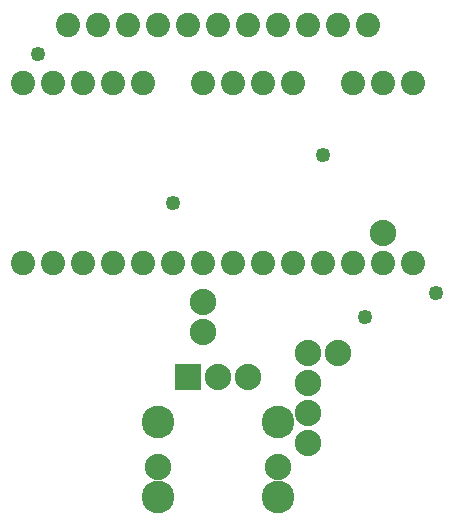
<source format=gbs>
G04 MADE WITH FRITZING*
G04 WWW.FRITZING.ORG*
G04 DOUBLE SIDED*
G04 HOLES PLATED*
G04 CONTOUR ON CENTER OF CONTOUR VECTOR*
%ASAXBY*%
%FSLAX23Y23*%
%MOIN*%
%OFA0B0*%
%SFA1.0B1.0*%
%ADD10C,0.088000*%
%ADD11C,0.049370*%
%ADD12C,0.080866*%
%ADD13C,0.109055*%
%ADD14R,0.088000X0.088000*%
%LNMASK0*%
G90*
G70*
G54D10*
X1399Y981D03*
G54D11*
X1578Y780D03*
X1341Y702D03*
X1200Y1242D03*
X700Y1081D03*
G54D12*
X1499Y1480D03*
X1399Y1480D03*
X1299Y1480D03*
X1100Y1479D03*
X1000Y1479D03*
X900Y1479D03*
X800Y1479D03*
X600Y1480D03*
X500Y1480D03*
X400Y1480D03*
X300Y1480D03*
X200Y1480D03*
X1500Y880D03*
X1400Y880D03*
X1300Y880D03*
X1200Y880D03*
X1100Y880D03*
X1000Y880D03*
X900Y880D03*
X800Y880D03*
X700Y880D03*
X600Y880D03*
X500Y880D03*
X400Y880D03*
X300Y880D03*
X200Y880D03*
G54D11*
X249Y1578D03*
G54D13*
X1050Y100D03*
X650Y100D03*
X650Y350D03*
G54D10*
X1050Y200D03*
G54D13*
X1050Y350D03*
G54D10*
X650Y200D03*
G54D12*
X350Y1675D03*
X450Y1675D03*
X550Y1675D03*
X650Y1675D03*
X750Y1675D03*
X850Y1675D03*
X950Y1675D03*
X1050Y1675D03*
X1150Y1675D03*
X1250Y1675D03*
X1350Y1675D03*
X350Y1675D03*
X450Y1675D03*
X550Y1675D03*
X650Y1675D03*
X750Y1675D03*
X850Y1675D03*
X950Y1675D03*
X1050Y1675D03*
X1150Y1675D03*
X1250Y1675D03*
X1350Y1675D03*
G54D10*
X800Y750D03*
X800Y650D03*
X1150Y580D03*
X1250Y580D03*
X1150Y280D03*
X1150Y380D03*
X1150Y480D03*
X750Y500D03*
X850Y500D03*
X950Y500D03*
G54D14*
X750Y500D03*
G04 End of Mask0*
M02*
</source>
